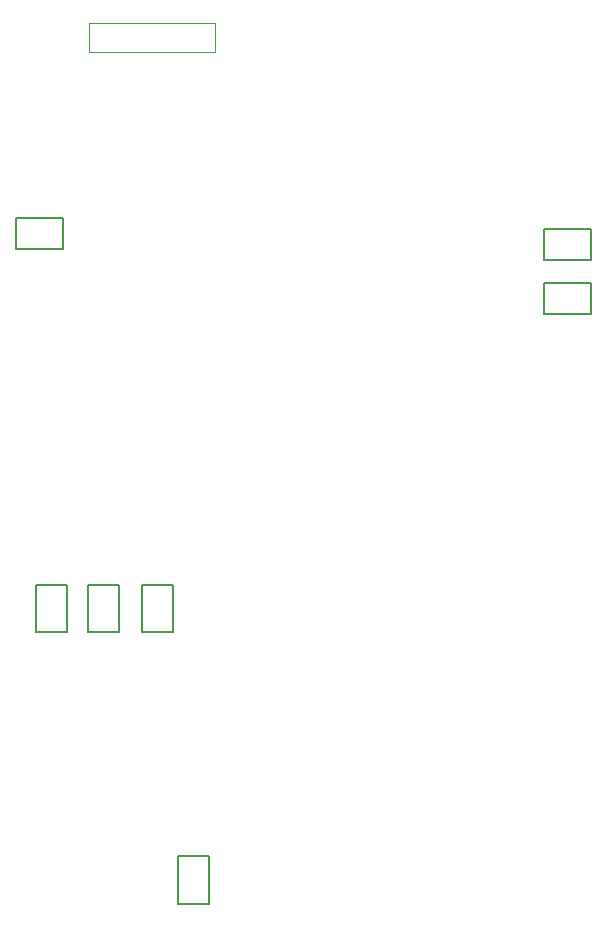
<source format=gbr>
%TF.GenerationSoftware,Altium Limited,Altium Designer,23.5.1 (21)*%
G04 Layer_Color=8388736*
%FSLAX45Y45*%
%MOMM*%
%TF.SameCoordinates,7ECB1A03-3DEC-426C-BD6E-5A7E68E82EE6*%
%TF.FilePolarity,Positive*%
%TF.FileFunction,Other,Top_3D_Body*%
%TF.Part,Single*%
G01*
G75*
%TA.AperFunction,NonConductor*%
%ADD32C,0.20000*%
%ADD59C,0.10000*%
D32*
X1952800Y2221300D02*
X2212800D01*
X1952800Y1821300D02*
Y2221300D01*
Y1821300D02*
X2212800D01*
Y2221300D01*
X5045100Y7274100D02*
Y7534100D01*
Y7274100D02*
X5445100D01*
Y7534100D01*
X5045100D02*
X5445100D01*
X5045100Y6816900D02*
Y7076900D01*
Y6816900D02*
X5445100D01*
Y7076900D01*
X5045100D02*
X5445100D01*
X1648000Y4520000D02*
X1908000D01*
X1648000Y4120000D02*
Y4520000D01*
Y4120000D02*
X1908000D01*
Y4520000D01*
X1190800D02*
X1450800D01*
X1190800Y4120000D02*
Y4520000D01*
Y4120000D02*
X1450800D01*
Y4520000D01*
X746300D02*
X1006300D01*
X746300Y4120000D02*
Y4520000D01*
Y4120000D02*
X1006300D01*
Y4520000D01*
X974700Y7363000D02*
Y7623000D01*
X574700D02*
X974700D01*
X574700Y7363000D02*
Y7623000D01*
Y7363000D02*
X974700D01*
D59*
X1194200Y9281700D02*
X2260200D01*
Y9031700D02*
Y9281700D01*
X1194200Y9031700D02*
X2260200D01*
X1194200D02*
Y9281700D01*
%TF.MD5,5e2df29c716a2710899150bcd60150b9*%
M02*

</source>
